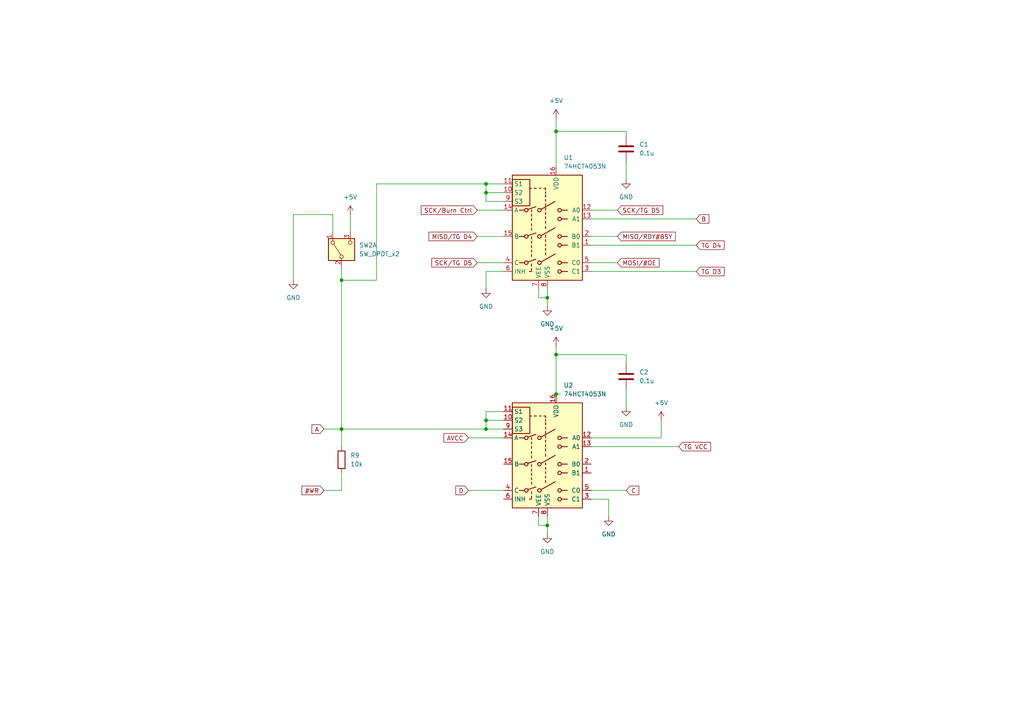
<source format=kicad_sch>
(kicad_sch (version 20231120) (generator "eeschema") (generator_version "8.0")
  (paper "A4")
  (lib_symbols
    (symbol "Device:C" (pin_numbers hide) (pin_names (offset 0.254))
      (property "Reference" "C" (at 0.635 2.54 0))
      (property "Value" "C" (at 0.635 -2.54 0))
      (symbol "C_0_1"
        (polyline (pts (xy -2.032 -0.762) (xy 2.032 -0.762)) (stroke (width 0.508)))
        (polyline (pts (xy -2.032 0.762) (xy 2.032 0.762)) (stroke (width 0.508)))
      )
      (symbol "C_1_1"
        (pin passive line (at 0 3.81 270) (length 2.794) (name "~") (number "1"))
        (pin passive line (at 0 -3.81 90) (length 2.794) (name "~") (number "2"))
      )
    )
    (symbol "Device:R" (pin_numbers hide) (pin_names (offset 0))
      (property "Reference" "R" (at 2.032 0 90))
      (property "Value" "R" (at 0 0 90))
      (symbol "R_0_1"
        (rectangle (start -1.016 -2.54) (end 1.016 2.54) (stroke (width 0.254)))
      )
      (symbol "R_1_1"
        (pin passive line (at 0 3.81 270) (length 1.27) (name "~") (number "1"))
        (pin passive line (at 0 -3.81 90) (length 1.27) (name "~") (number "2"))
      )
    )
    (symbol "My_Misc:74HCT4053N"
      (property "Reference" "U" (at -10.16 16.51 0))
      (property "Value" "74HCT4053N" (at 3.81 16.51 0))
      (symbol "74HCT4053N_0_1"
        (rectangle (start -10.16 6.35) (end -5.08 13.97) (stroke (width 0.254)))
        (rectangle (start -10.16 15.24) (end 10.16 -15.24) (stroke (width 0.254)) (fill (type background)))
        (circle (center -6.096 -10.16) (radius 0.508) (stroke (width 0.254)))
        (circle (center -6.096 -2.54) (radius 0.508) (stroke (width 0.254)))
        (circle (center -6.096 5.08) (radius 0.508) (stroke (width 0.254)))
        (circle (center -2.286 -10.16) (radius 0.508) (stroke (width 0.254)))
        (circle (center -2.286 -2.54) (radius 0.508) (stroke (width 0.254)))
        (circle (center -2.286 5.08) (radius 0.508) (stroke (width 0.254)))
        (polyline (pts (xy -8.128 -10.16) (xy -6.604 -10.16)) (stroke (width 0.254)))
        (polyline (pts (xy -8.128 -2.54) (xy -6.604 -2.54)) (stroke (width 0.254)))
        (polyline (pts (xy -8.128 5.08) (xy -6.604 5.08)) (stroke (width 0.254)))
        (polyline (pts (xy -5.588 -9.906) (xy -3.302 -9.144)) (stroke (width 0.254)))
        (polyline (pts (xy -5.588 -2.286) (xy -3.302 -1.524)) (stroke (width 0.254)))
        (polyline (pts (xy -5.588 5.334) (xy -3.302 6.096)) (stroke (width 0.254)))
        (polyline (pts (xy -4.572 -12.7) (xy -5.207 -12.7)) (stroke (width 0.254)))
        (polyline (pts (xy -4.572 -12.446) (xy -4.572 -11.811)) (stroke (width 0.254)))
        (polyline (pts (xy -4.572 -11.176) (xy -4.572 -10.541)) (stroke (width 0.254)))
        (polyline (pts (xy -4.572 -8.382) (xy -4.572 -7.747)) (stroke (width 0.254)))
        (polyline (pts (xy -4.572 -7.112) (xy -4.572 -6.477)) (stroke (width 0.254)))
        (polyline (pts (xy -4.572 -5.842) (xy -4.572 -5.207)) (stroke (width 0.254)))
        (polyline (pts (xy -4.572 -4.572) (xy -4.572 -3.937)) (stroke (width 0.254)))
        (polyline (pts (xy -4.572 -3.302) (xy -4.572 -2.667)) (stroke (width 0.254)))
        (polyline (pts (xy -4.572 -0.762) (xy -4.572 -0.127)) (stroke (width 0.254)))
        (polyline (pts (xy -4.572 0.508) (xy -4.572 1.143)) (stroke (width 0.254)))
        (polyline (pts (xy -4.572 2.032) (xy -4.572 2.667)) (stroke (width 0.254)))
        (polyline (pts (xy -4.572 3.302) (xy -4.572 3.937)) (stroke (width 0.254)))
        (polyline (pts (xy -4.572 4.572) (xy -4.572 5.207)) (stroke (width 0.254)))
        (polyline (pts (xy -4.572 11.43) (xy -5.08 11.43)) (stroke (width 0.254)))
        (polyline (pts (xy -3.81 11.43) (xy -3.175 11.43)) (stroke (width 0.254)))
        (polyline (pts (xy -1.778 -9.906) (xy 2.286 -7.62)) (stroke (width 0.254)))
        (polyline (pts (xy -1.778 -2.286) (xy 2.286 0)) (stroke (width 0.254)))
        (polyline (pts (xy -1.778 5.334) (xy 2.286 7.62)) (stroke (width 0.254)))
        (polyline (pts (xy -1.778 11.43) (xy -2.286 11.43)) (stroke (width 0.254)))
        (polyline (pts (xy -0.508 -7.874) (xy -0.508 -7.239)) (stroke (width 0.254)))
        (polyline (pts (xy -0.508 -6.604) (xy -0.508 -5.969)) (stroke (width 0.254)))
        (polyline (pts (xy -0.508 -5.334) (xy -0.508 -4.699)) (stroke (width 0.254)))
        (polyline (pts (xy -0.508 -4.064) (xy -0.508 -3.429)) (stroke (width 0.254)))
        (polyline (pts (xy -0.508 -2.794) (xy -0.508 -2.159)) (stroke (width 0.254)))
        (polyline (pts (xy -0.508 -0.254) (xy -0.508 0.381)) (stroke (width 0.254)))
        (polyline (pts (xy -0.508 1.27) (xy -0.508 1.905)) (stroke (width 0.254)))
        (polyline (pts (xy -0.508 2.54) (xy -0.508 3.175)) (stroke (width 0.254)))
        (polyline (pts (xy -0.508 3.81) (xy -0.508 4.445)) (stroke (width 0.254)))
        (polyline (pts (xy -0.508 5.08) (xy -0.508 5.715)) (stroke (width 0.254)))
        (polyline (pts (xy -0.508 6.35) (xy -0.508 6.985)) (stroke (width 0.254)))
        (polyline (pts (xy -0.508 7.62) (xy -0.508 8.255)) (stroke (width 0.254)))
        (polyline (pts (xy -0.508 8.89) (xy -0.508 9.398)) (stroke (width 0.254)))
        (polyline (pts (xy -0.508 8.89) (xy -0.508 9.525)) (stroke (width 0.254)))
        (polyline (pts (xy -0.508 9.906) (xy -0.508 10.414)) (stroke (width 0.254)))
        (polyline (pts (xy -0.508 10.922) (xy -0.508 11.43)) (stroke (width 0.254)))
        (polyline (pts (xy -0.508 11.43) (xy -1.016 11.43)) (stroke (width 0.254)))
        (polyline (pts (xy 4.064 -12.7) (xy 5.842 -12.7)) (stroke (width 0.254)))
        (polyline (pts (xy 4.064 -10.16) (xy 5.842 -10.16)) (stroke (width 0.254)))
        (polyline (pts (xy 4.064 -5.08) (xy 5.842 -5.08)) (stroke (width 0.254)))
        (polyline (pts (xy 4.064 -2.54) (xy 5.842 -2.54)) (stroke (width 0.254)))
        (polyline (pts (xy 4.064 2.54) (xy 5.842 2.54)) (stroke (width 0.254)))
        (polyline (pts (xy 4.064 5.08) (xy 5.842 5.08)) (stroke (width 0.254)))
        (circle (center 3.556 -12.7) (radius 0.508) (stroke (width 0.254)))
        (circle (center 3.556 -10.16) (radius 0.508) (stroke (width 0.254)))
        (circle (center 3.556 -5.08) (radius 0.508) (stroke (width 0.254)))
        (circle (center 3.556 -2.54) (radius 0.508) (stroke (width 0.254)))
        (circle (center 3.556 2.54) (radius 0.508) (stroke (width 0.254)))
        (circle (center 3.556 5.08) (radius 0.508) (stroke (width 0.254)))
      )
      (symbol "74HCT4053N_1_1"
        (pin bidirectional line (at 12.7 -5.08 180) (length 2.54) (name "B1") (number "1"))
        (pin input line (at -12.7 10.16 0) (length 2.54) (name "S2") (number "10"))
        (pin input line (at -12.7 12.7 0) (length 2.54) (name "S1") (number "11"))
        (pin bidirectional line (at 12.7 5.08 180) (length 2.54) (name "A0") (number "12"))
        (pin bidirectional line (at 12.7 2.54 180) (length 2.54) (name "A1") (number "13"))
        (pin bidirectional line (at -12.7 5.08 0) (length 2.54) (name "A") (number "14"))
        (pin bidirectional line (at -12.7 -2.54 0) (length 2.54) (name "B") (number "15"))
        (pin power_in line (at 2.54 17.78 270) (length 2.54) (name "VDD") (number "16"))
        (pin bidirectional line (at 12.7 -2.54 180) (length 2.54) (name "B0") (number "2"))
        (pin bidirectional line (at 12.7 -12.7 180) (length 2.54) (name "C1") (number "3"))
        (pin bidirectional line (at -12.7 -10.16 0) (length 2.54) (name "C") (number "4"))
        (pin bidirectional line (at 12.7 -10.16 180) (length 2.54) (name "C0") (number "5"))
        (pin input line (at -12.7 -12.7 0) (length 2.54) (name "INH") (number "6"))
        (pin power_in line (at -2.54 -17.78 90) (length 2.54) (name "VEE") (number "7"))
        (pin power_in line (at 0 -17.78 90) (length 2.54) (name "VSS") (number "8"))
        (pin input line (at -12.7 7.62 0) (length 2.54) (name "S3") (number "9"))
      )
    )
    (symbol "Switch:SW_DPDT_x2" (pin_names (offset 0) hide)
      (property "Reference" "SW" (at 0 5.08 0))
      (property "Value" "SW_DPDT_x2" (at 0 -5.08 0))
      (symbol "SW_DPDT_x2_0_0"
        (circle (center -2.032 0) (radius 0.508))
        (circle (center 2.032 -2.54) (radius 0.508))
      )
      (symbol "SW_DPDT_x2_0_1"
        (rectangle (start -3.175 3.81) (end 3.175 -3.81) (stroke (width 0.254)) (fill (type background)))
        (polyline (pts (xy -1.524 0.254) (xy 1.5748 2.286)))
        (circle (center 2.032 2.54) (radius 0.508))
      )
      (symbol "SW_DPDT_x2_1_1"
        (pin passive line (at 5.08 2.54 180) (length 2.54) (name "A") (number "1"))
        (pin passive line (at -5.08 0 0) (length 2.54) (name "B") (number "2"))
        (pin passive line (at 5.08 -2.54 180) (length 2.54) (name "C") (number "3"))
      )
      (symbol "SW_DPDT_x2_2_1"
        (pin passive line (at 5.08 2.54 180) (length 2.54) (name "A") (number "4"))
        (pin passive line (at -5.08 0 0) (length 2.54) (name "B") (number "5"))
        (pin passive line (at 5.08 -2.54 180) (length 2.54) (name "C") (number "6"))
      )
    )
    (symbol "power:+5V" (power) (pin_numbers hide) (pin_names (offset 0) hide)
      (property "Value" "+5V" (at 0 3.556 0))
      (symbol "+5V_0_1"
        (polyline (pts (xy -0.762 1.27) (xy 0 2.54)))
        (polyline (pts (xy 0 0) (xy 0 2.54)))
        (polyline (pts (xy 0 2.54) (xy 0.762 1.27)))
      )
      (symbol "+5V_1_1"
        (pin power_in line (at 0 0 90) (length 0) (name "~") (number "1"))
      )
    )
    (symbol "power:GND" (power) (pin_numbers hide) (pin_names (offset 0) hide)
      (property "Value" "GND" (at 0 -3.81 0))
      (symbol "GND_0_1"
        (polyline (pts (xy 0 0) (xy 0 -1.27) (xy 1.27 -1.27) (xy 0 -2.54) (xy -1.27 -1.27) (xy 0 -1.27)))
      )
      (symbol "GND_1_1"
        (pin power_in line (at 0 0 270) (length 0) (name "~") (number "1"))
      )
    )
  )
  (junction (at 161.29 114.3))
  (junction (at 99.06 81.28))
  (junction (at 140.97 55.88))
  (junction (at 158.75 86.36))
  (junction (at 99.06 124.46))
  (junction (at 161.29 38.1))
  (junction (at 140.97 124.46))
  (junction (at 158.75 152.4))
  (junction (at 140.97 53.34))
  (junction (at 161.29 102.87))
  (junction (at 140.97 121.92))
  (wire (pts (xy 138.43 68.58) (xy 146.05 68.58)))
  (wire (pts (xy 140.97 58.42) (xy 140.97 55.88)))
  (wire (pts (xy 171.45 68.58) (xy 179.07 68.58)))
  (wire (pts (xy 140.97 53.34) (xy 146.05 53.34)))
  (wire (pts (xy 191.77 121.92) (xy 191.77 127)))
  (wire (pts (xy 146.05 119.38) (xy 140.97 119.38)))
  (wire (pts (xy 135.89 127) (xy 146.05 127)))
  (wire (pts (xy 181.61 46.99) (xy 181.61 52.07)))
  (wire (pts (xy 156.21 149.86) (xy 156.21 152.4)))
  (wire (pts (xy 140.97 119.38) (xy 140.97 121.92)))
  (wire (pts (xy 138.43 76.2) (xy 146.05 76.2)))
  (wire (pts (xy 96.52 67.31) (xy 96.52 62.23)))
  (wire (pts (xy 146.05 58.42) (xy 140.97 58.42)))
  (wire (pts (xy 85.09 62.23) (xy 85.09 81.28)))
  (wire (pts (xy 96.52 62.23) (xy 85.09 62.23)))
  (wire (pts (xy 99.06 77.47) (xy 99.06 81.28)))
  (wire (pts (xy 181.61 113.03) (xy 181.61 118.11)))
  (wire (pts (xy 158.75 86.36) (xy 158.75 88.9)))
  (wire (pts (xy 99.06 142.24) (xy 93.98 142.24)))
  (wire (pts (xy 140.97 124.46) (xy 146.05 124.46)))
  (wire (pts (xy 171.45 129.54) (xy 196.85 129.54)))
  (wire (pts (xy 171.45 76.2) (xy 179.07 76.2)))
  (wire (pts (xy 140.97 121.92) (xy 146.05 121.92)))
  (wire (pts (xy 138.43 60.96) (xy 146.05 60.96)))
  (wire (pts (xy 161.29 34.29) (xy 161.29 38.1)))
  (wire (pts (xy 171.45 78.74) (xy 201.93 78.74)))
  (wire (pts (xy 161.29 102.87) (xy 161.29 100.33)))
  (wire (pts (xy 140.97 121.92) (xy 140.97 124.46)))
  (wire (pts (xy 156.21 152.4) (xy 158.75 152.4)))
  (wire (pts (xy 99.06 124.46) (xy 140.97 124.46)))
  (wire (pts (xy 93.98 124.46) (xy 99.06 124.46)))
  (wire (pts (xy 140.97 55.88) (xy 140.97 53.34)))
  (wire (pts (xy 99.06 124.46) (xy 99.06 129.54)))
  (wire (pts (xy 161.29 102.87) (xy 181.61 102.87)))
  (wire (pts (xy 158.75 83.82) (xy 158.75 86.36)))
  (wire (pts (xy 158.75 149.86) (xy 158.75 152.4)))
  (wire (pts (xy 109.22 53.34) (xy 140.97 53.34)))
  (wire (pts (xy 171.45 142.24) (xy 181.61 142.24)))
  (wire (pts (xy 99.06 81.28) (xy 99.06 124.46)))
  (wire (pts (xy 156.21 86.36) (xy 158.75 86.36)))
  (wire (pts (xy 161.29 114.3) (xy 161.29 102.87)))
  (wire (pts (xy 99.06 81.28) (xy 109.22 81.28)))
  (wire (pts (xy 135.89 142.24) (xy 146.05 142.24)))
  (wire (pts (xy 158.75 152.4) (xy 158.75 154.94)))
  (wire (pts (xy 162.56 114.3) (xy 161.29 114.3)))
  (wire (pts (xy 101.6 62.23) (xy 101.6 67.31)))
  (wire (pts (xy 109.22 81.28) (xy 109.22 53.34)))
  (wire (pts (xy 146.05 78.74) (xy 140.97 78.74)))
  (wire (pts (xy 140.97 55.88) (xy 146.05 55.88)))
  (wire (pts (xy 140.97 78.74) (xy 140.97 83.82)))
  (wire (pts (xy 171.45 71.12) (xy 201.93 71.12)))
  (wire (pts (xy 176.53 144.78) (xy 176.53 149.86)))
  (wire (pts (xy 156.21 83.82) (xy 156.21 86.36)))
  (wire (pts (xy 171.45 127) (xy 191.77 127)))
  (wire (pts (xy 181.61 39.37) (xy 181.61 38.1)))
  (wire (pts (xy 171.45 144.78) (xy 176.53 144.78)))
  (wire (pts (xy 171.45 63.5) (xy 201.93 63.5)))
  (wire (pts (xy 99.06 137.16) (xy 99.06 142.24)))
  (wire (pts (xy 161.29 38.1) (xy 161.29 48.26)))
  (wire (pts (xy 181.61 105.41) (xy 181.61 102.87)))
  (wire (pts (xy 181.61 38.1) (xy 161.29 38.1)))
  (wire (pts (xy 171.45 60.96) (xy 179.07 60.96)))
  (global_label "MISO{slash}RDY#BSY" (shape input) (at 179.07 68.58 0) (property "Intersheetrefs" "${INTERSHEET_REFS}" (effects (hide yes))))
  (global_label "MOSI{slash}#OE" (shape input) (at 179.07 76.2 0) (property "Intersheetrefs" "${INTERSHEET_REFS}" (effects (hide yes))))
  (global_label "AVCC" (shape input) (at 135.89 127 180) (property "Intersheetrefs" "${INTERSHEET_REFS}" (effects (hide yes))))
  (global_label "B" (shape input) (at 201.93 63.5 0) (property "Intersheetrefs" "${INTERSHEET_REFS}" (effects (hide yes))))
  (global_label "TG VCC" (shape input) (at 196.85 129.54 0) (property "Intersheetrefs" "${INTERSHEET_REFS}" (effects (hide yes))))
  (global_label "A" (shape input) (at 93.98 124.46 180) (property "Intersheetrefs" "${INTERSHEET_REFS}" (effects (hide yes))))
  (global_label "TG D4" (shape input) (at 201.93 71.12 0) (property "Intersheetrefs" "${INTERSHEET_REFS}" (effects (hide yes))))
  (global_label "SCK{slash}TG D5" (shape input) (at 179.07 60.96 0) (property "Intersheetrefs" "${INTERSHEET_REFS}" (effects (hide yes))))
  (global_label "MISO{slash}TG D4" (shape input) (at 138.43 68.58 180) (property "Intersheetrefs" "${INTERSHEET_REFS}" (effects (hide yes))))
  (global_label "TG D3" (shape input) (at 201.93 78.74 0) (property "Intersheetrefs" "${INTERSHEET_REFS}" (effects (hide yes))))
  (global_label "SCK{slash}Burn Ctrl" (shape input) (at 138.43 60.96 180) (property "Intersheetrefs" "${INTERSHEET_REFS}" (effects (hide yes))))
  (global_label "SCK{slash}TG D5" (shape input) (at 138.43 76.2 180) (property "Intersheetrefs" "${INTERSHEET_REFS}" (effects (hide yes))))
  (global_label "C" (shape input) (at 181.61 142.24 0) (property "Intersheetrefs" "${INTERSHEET_REFS}" (effects (hide yes))))
  (global_label "D" (shape input) (at 135.89 142.24 180) (property "Intersheetrefs" "${INTERSHEET_REFS}" (effects (hide yes))))
  (global_label "#WR" (shape input) (at 93.98 142.24 180) (property "Intersheetrefs" "${INTERSHEET_REFS}" (effects (hide yes))))
  (symbol (lib_id "power:GND") (at 85.09 81.28 0) (unit 1)
    (property "Reference" "#PWR013" (effects (hide yes)))
    (property "Value" "GND" (at 85.09 86.36 0))
    (property "Description" "Power symbol creates a global label with name \"GND\" , ground" (effects (hide yes)))
  )
  (symbol (lib_id "power:+5V") (at 191.77 121.92 0) (unit 1)
    (property "Reference" "#PWR023" (effects (hide yes)))
    (property "Value" "+5V" (at 191.77 116.84 0))
    (property "Description" "Power symbol creates a global label with name \"+5V\"" (effects (hide yes)))
  )
  (symbol (lib_id "power:GND") (at 158.75 154.94 0) (unit 1)
    (property "Reference" "#PWR017" (effects (hide yes)))
    (property "Value" "GND" (at 158.75 160.02 0))
    (property "Description" "Power symbol creates a global label with name \"GND\" , ground" (effects (hide yes)))
  )
  (symbol (lib_id "Device:C") (at 181.61 43.18 0) (unit 1)
    (property "Reference" "C1" (at 185.42 41.9099 0) (effects (justify left)))
    (property "Value" "0.1u" (at 185.42 44.4499 0) (effects (justify left)))
    (property "Footprint" "Capacitor_SMD:C_1206_3216Metric_Pad1.33x1.80mm_HandSolder" (effects (hide yes)))
    (property "Description" "Unpolarized capacitor" (effects (hide yes)))
  )
  (symbol (lib_id "power:GND") (at 140.97 83.82 0) (unit 1)
    (property "Reference" "#PWR015" (effects (hide yes)))
    (property "Value" "GND" (at 140.97 88.9 0))
    (property "Description" "Power symbol creates a global label with name \"GND\" , ground" (effects (hide yes)))
  )
  (symbol (lib_id "power:+5V") (at 161.29 34.29 0) (unit 1)
    (property "Reference" "#PWR018" (effects (hide yes)))
    (property "Value" "+5V" (at 161.29 29.21 0))
    (property "Description" "Power symbol creates a global label with name \"+5V\"" (effects (hide yes)))
  )
  (symbol (lib_id "power:GND") (at 181.61 52.07 0) (unit 1)
    (property "Reference" "#PWR021" (effects (hide yes)))
    (property "Value" "GND" (at 181.61 57.15 0))
    (property "Description" "Power symbol creates a global label with name \"GND\" , ground" (effects (hide yes)))
  )
  (symbol (lib_id "Switch:SW_DPDT_x2") (at 99.06 72.39 90) (unit 1)
    (property "Reference" "SW2" (at 104.14 71.1199 90) (effects (justify right)))
    (property "Value" "SW_DPDT_x2" (at 104.14 73.6599 90) (effects (justify right)))
    (property "Footprint" "My_Parts:Switch slide 2-pole on-on" (effects (hide yes)))
    (property "Description" "Switch, dual pole double throw, separate symbols" (effects (hide yes)))
  )
  (symbol (lib_id "Device:C") (at 181.61 109.22 0) (unit 1)
    (property "Reference" "C2" (at 185.42 107.9499 0) (effects (justify left)))
    (property "Value" "0.1u" (at 185.42 110.4899 0) (effects (justify left)))
    (property "Footprint" "Capacitor_SMD:C_1206_3216Metric_Pad1.33x1.80mm_HandSolder" (effects (hide yes)))
    (property "Description" "Unpolarized capacitor" (effects (hide yes)))
  )
  (symbol (lib_id "My_Misc:74HCT4053N") (at 158.75 66.04 0) (unit 1)
    (property "Reference" "U1" (at 163.4841 45.72 0) (effects (justify left)))
    (property "Value" "74HCT4053N" (at 163.4841 48.26 0) (effects (justify left)))
    (property "Footprint" "Package_SO:SOIC-16_3.9x9.9mm_P1.27mm" (effects (hide yes)))
    (property "Datasheet" "https://www.electrokit.com/upload/product/41004/41004463/74HC_HCT4053.pdf" (effects (hide yes)))
    (property "Description" "CMOS triple 2-channel analog multiplexer/demultiplexer, TSSOP-16/DIP-16/SOIC-16" (effects (hide yes)))
  )
  (symbol (lib_id "power:GND") (at 176.53 149.86 0) (unit 1)
    (property "Reference" "#PWR020" (effects (hide yes)))
    (property "Value" "GND" (at 176.53 154.94 0))
    (property "Description" "Power symbol creates a global label with name \"GND\" , ground" (effects (hide yes)))
  )
  (symbol (lib_id "power:+5V") (at 101.6 62.23 0) (unit 1)
    (property "Reference" "#PWR014" (effects (hide yes)))
    (property "Value" "+5V" (at 101.6 57.15 0))
    (property "Description" "Power symbol creates a global label with name \"+5V\"" (effects (hide yes)))
  )
  (symbol (lib_id "My_Misc:74HCT4053N") (at 158.75 132.08 0) (unit 1)
    (property "Reference" "U2" (at 163.4841 111.76 0) (effects (justify left)))
    (property "Value" "74HCT4053N" (at 163.4841 114.3 0) (effects (justify left)))
    (property "Footprint" "Package_SO:SOIC-16_3.9x9.9mm_P1.27mm" (effects (hide yes)))
    (property "Datasheet" "https://www.electrokit.com/upload/product/41004/41004463/74HC_HCT4053.pdf" (effects (hide yes)))
    (property "Description" "CMOS triple 2-channel analog multiplexer/demultiplexer, TSSOP-16/DIP-16/SOIC-16" (effects (hide yes)))
  )
  (symbol (lib_id "power:GND") (at 181.61 118.11 0) (unit 1)
    (property "Reference" "#PWR022" (effects (hide yes)))
    (property "Value" "GND" (at 181.61 123.19 0))
    (property "Description" "Power symbol creates a global label with name \"GND\" , ground" (effects (hide yes)))
  )
  (symbol (lib_id "power:GND") (at 158.75 88.9 0) (unit 1)
    (property "Reference" "#PWR016" (effects (hide yes)))
    (property "Value" "GND" (at 158.75 93.98 0))
    (property "Description" "Power symbol creates a global label with name \"GND\" , ground" (effects (hide yes)))
  )
  (symbol (lib_id "power:+5V") (at 161.29 100.33 0) (unit 1)
    (property "Reference" "#PWR019" (effects (hide yes)))
    (property "Value" "+5V" (at 161.29 95.25 0))
    (property "Description" "Power symbol creates a global label with name \"+5V\"" (effects (hide yes)))
  )
  (symbol (lib_id "Device:R") (at 99.06 133.35 0) (unit 1)
    (property "Reference" "R9" (at 101.6 132.0799 0) (effects (justify left)))
    (property "Value" "10k" (at 101.6 134.6199 0) (effects (justify left)))
    (property "Footprint" "Resistor_SMD:R_1206_3216Metric_Pad1.30x1.75mm_HandSolder" (effects (hide yes)))
    (property "Description" "Resistor" (effects (hide yes)))
  )
)
</source>
